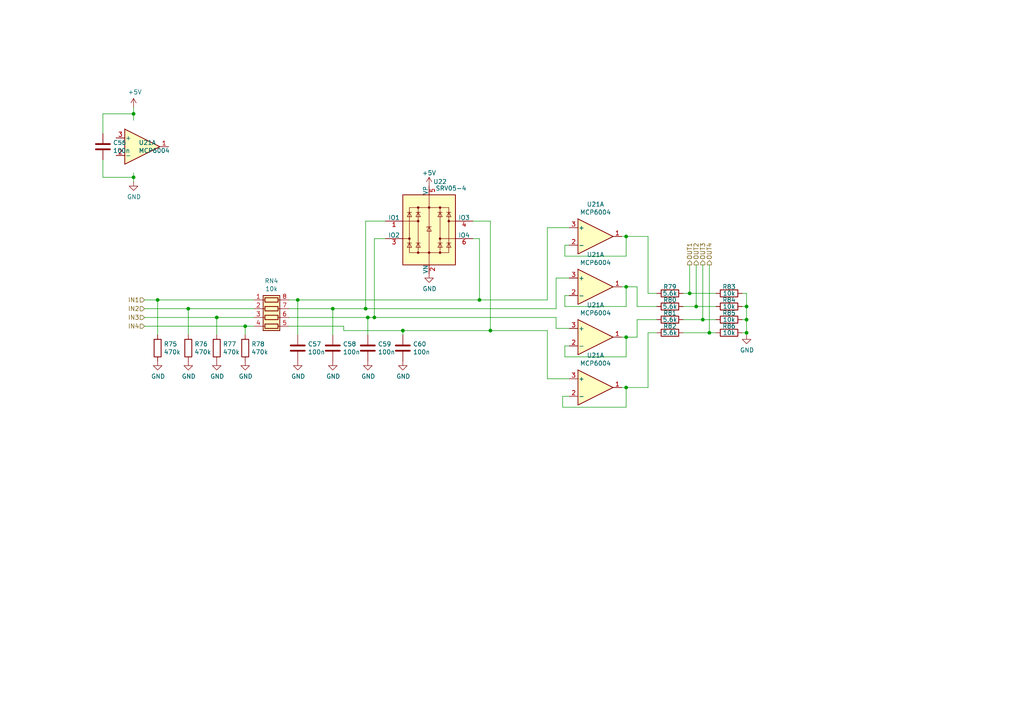
<source format=kicad_sch>
(kicad_sch (version 20211123) (generator eeschema)
  (paper "A4")
  (title_block (title "Polygonus") (date "2023-03-15") (rev "v0.7") (comment 2 "rusefi.com/s/proteus"))
  (lib_symbols
    (symbol "Amplifier_Operational:MCP6004" (pin_names (offset 0.127))
      (property "Reference" "U" (at 0 5.08 0))
      (property "Value" "MCP6004" (at 0 -5.08 0))
      (symbol "MCP6004_1_1"
        (polyline (pts (xy -5.08 5.08) (xy 5.08 0) (xy -5.08 -5.08) (xy -5.08 5.08)) (stroke (width 0.254)) (fill (type background)))
        (pin output line (at 7.62 0 180) (length 2.54) (name "~") (number "1"))
        (pin input line (at -7.62 -2.54 0) (length 2.54) (name "-") (number "2"))
        (pin input line (at -7.62 2.54 0) (length 2.54) (name "+") (number "3"))
      )
      (symbol "MCP6004_2_1"
        (polyline (pts (xy -5.08 5.08) (xy 5.08 0) (xy -5.08 -5.08) (xy -5.08 5.08)) (stroke (width 0.254)) (fill (type background)))
        (pin input line (at -7.62 2.54 0) (length 2.54) (name "+") (number "5"))
        (pin input line (at -7.62 -2.54 0) (length 2.54) (name "-") (number "6"))
        (pin output line (at 7.62 0 180) (length 2.54) (name "~") (number "7"))
      )
      (symbol "MCP6004_3_1"
        (polyline (pts (xy -5.08 5.08) (xy 5.08 0) (xy -5.08 -5.08) (xy -5.08 5.08)) (stroke (width 0.254)) (fill (type background)))
        (pin input line (at -7.62 2.54 0) (length 2.54) (name "+") (number "10"))
        (pin output line (at 7.62 0 180) (length 2.54) (name "~") (number "8"))
        (pin input line (at -7.62 -2.54 0) (length 2.54) (name "-") (number "9"))
      )
      (symbol "MCP6004_4_1"
        (polyline (pts (xy -5.08 5.08) (xy 5.08 0) (xy -5.08 -5.08) (xy -5.08 5.08)) (stroke (width 0.254)) (fill (type background)))
        (pin input line (at -7.62 2.54 0) (length 2.54) (name "+") (number "12"))
        (pin input line (at -7.62 -2.54 0) (length 2.54) (name "-") (number "13"))
        (pin output line (at 7.62 0 180) (length 2.54) (name "~") (number "14"))
      )
      (symbol "MCP6004_5_1"
        (pin power_in line (at -2.54 -7.62 90) (length 3.81) (name "V-") (number "11"))
        (pin power_in line (at -2.54 7.62 270) (length 3.81) (name "V+") (number "4"))
      )
    )
    (symbol "Device:C" (pin_numbers hide) (pin_names (offset 0.254))
      (property "Reference" "C" (at 0.635 2.54 0))
      (property "Value" "C" (at 0.635 -2.54 0))
      (symbol "C_0_1"
        (polyline (pts (xy -2.032 -0.762) (xy 2.032 -0.762)) (stroke (width 0.508)))
        (polyline (pts (xy -2.032 0.762) (xy 2.032 0.762)) (stroke (width 0.508)))
      )
      (symbol "C_1_1"
        (pin passive line (at 0 3.81 270) (length 2.794) (name "~") (number "1"))
        (pin passive line (at 0 -3.81 90) (length 2.794) (name "~") (number "2"))
      )
    )
    (symbol "Device:R" (pin_numbers hide) (pin_names (offset 0))
      (property "Reference" "R" (at 2.032 0 90))
      (property "Value" "R" (at 0 0 90))
      (symbol "R_0_1"
        (rectangle (start -1.016 -2.54) (end 1.016 2.54) (stroke (width 0.254)))
      )
      (symbol "R_1_1"
        (pin passive line (at 0 3.81 270) (length 1.27) (name "~") (number "1"))
        (pin passive line (at 0 -3.81 90) (length 1.27) (name "~") (number "2"))
      )
    )
    (symbol "Device:R_Pack04" (pin_names (offset 0) hide)
      (property "Reference" "RN" (at -7.62 0 90))
      (property "Value" "R_Pack04" (at 5.08 0 90))
      (symbol "R_Pack04_0_1"
        (rectangle (start -6.35 -2.413) (end 3.81 2.413) (stroke (width 0.254)) (fill (type background)))
        (rectangle (start -5.715 1.905) (end -4.445 -1.905) (stroke (width 0.254)))
        (rectangle (start -3.175 1.905) (end -1.905 -1.905) (stroke (width 0.254)))
        (rectangle (start -0.635 1.905) (end 0.635 -1.905) (stroke (width 0.254)))
        (polyline (pts (xy -5.08 -2.54) (xy -5.08 -1.905)))
        (polyline (pts (xy -5.08 1.905) (xy -5.08 2.54)))
        (polyline (pts (xy -2.54 -2.54) (xy -2.54 -1.905)))
        (polyline (pts (xy -2.54 1.905) (xy -2.54 2.54)))
        (polyline (pts (xy 0 -2.54) (xy 0 -1.905)))
        (polyline (pts (xy 0 1.905) (xy 0 2.54)))
        (polyline (pts (xy 2.54 -2.54) (xy 2.54 -1.905)))
        (polyline (pts (xy 2.54 1.905) (xy 2.54 2.54)))
        (rectangle (start 1.905 1.905) (end 3.175 -1.905) (stroke (width 0.254)))
      )
      (symbol "R_Pack04_1_1"
        (pin passive line (at -5.08 -5.08 90) (length 2.54) (name "R1.1") (number "1"))
        (pin passive line (at -2.54 -5.08 90) (length 2.54) (name "R2.1") (number "2"))
        (pin passive line (at 0 -5.08 90) (length 2.54) (name "R3.1") (number "3"))
        (pin passive line (at 2.54 -5.08 90) (length 2.54) (name "R4.1") (number "4"))
        (pin passive line (at 2.54 5.08 270) (length 2.54) (name "R4.2") (number "5"))
        (pin passive line (at 0 5.08 270) (length 2.54) (name "R3.2") (number "6"))
        (pin passive line (at -2.54 5.08 270) (length 2.54) (name "R2.2") (number "7"))
        (pin passive line (at -5.08 5.08 270) (length 2.54) (name "R1.2") (number "8"))
      )
    )
    (symbol "Power_Protection:SRV05-4" (pin_names (offset 0))
      (property "Reference" "U" (at -5.08 11.43 0))
      (property "Value" "SRV05-4" (at 2.54 11.43 0))
      (symbol "SRV05-4_0_0"
        (rectangle (start -5.715 6.477) (end 5.715 -6.604))
        (polyline (pts (xy -3.175 -6.604) (xy -3.175 6.477)))
        (polyline (pts (xy 3.175 6.477) (xy 3.175 -6.604)))
      )
      (symbol "SRV05-4_0_1"
        (rectangle (start -7.62 10.16) (end 7.62 -10.16) (stroke (width 0.254)) (fill (type background)))
        (circle (center -5.715 -2.54) (radius 0.2794) (fill (type outline)))
        (circle (center -3.175 -6.604) (radius 0.2794) (fill (type outline)))
        (circle (center -3.175 2.54) (radius 0.2794) (fill (type outline)))
        (circle (center -3.175 6.477) (radius 0.2794) (fill (type outline)))
        (circle (center 0 -6.604) (radius 0.2794) (fill (type outline)))
        (polyline (pts (xy -7.747 2.54) (xy -3.175 2.54)))
        (polyline (pts (xy -7.62 -2.54) (xy -5.715 -2.54)))
        (polyline (pts (xy -5.08 -3.81) (xy -6.35 -3.81)))
        (polyline (pts (xy -5.08 5.08) (xy -6.35 5.08)))
        (polyline (pts (xy -2.54 -3.81) (xy -3.81 -3.81)))
        (polyline (pts (xy -2.54 5.08) (xy -3.81 5.08)))
        (polyline (pts (xy 0 10.16) (xy 0 -10.16)))
        (polyline (pts (xy 3.81 -3.81) (xy 2.54 -3.81)))
        (polyline (pts (xy 3.81 5.08) (xy 2.54 5.08)))
        (polyline (pts (xy 6.35 -3.81) (xy 5.08 -3.81)))
        (polyline (pts (xy 6.35 5.08) (xy 5.08 5.08)))
        (polyline (pts (xy 7.62 -2.54) (xy 3.175 -2.54)))
        (polyline (pts (xy 7.62 2.54) (xy 5.715 2.54)))
        (polyline (pts (xy 0.635 0.889) (xy -0.635 0.889) (xy -0.635 0.635)))
        (polyline (pts (xy -5.08 -5.08) (xy -6.35 -5.08) (xy -5.715 -3.81) (xy -5.08 -5.08)))
        (polyline (pts (xy -5.08 3.81) (xy -6.35 3.81) (xy -5.715 5.08) (xy -5.08 3.81)))
        (polyline (pts (xy -2.54 -5.08) (xy -3.81 -5.08) (xy -3.175 -3.81) (xy -2.54 -5.08)))
        (polyline (pts (xy -2.54 3.81) (xy -3.81 3.81) (xy -3.175 5.08) (xy -2.54 3.81)))
        (polyline (pts (xy 0.635 -0.381) (xy -0.635 -0.381) (xy 0 0.889) (xy 0.635 -0.381)))
        (polyline (pts (xy 3.81 -5.08) (xy 2.54 -5.08) (xy 3.175 -3.81) (xy 3.81 -5.08)))
        (polyline (pts (xy 3.81 3.81) (xy 2.54 3.81) (xy 3.175 5.08) (xy 3.81 3.81)))
        (polyline (pts (xy 6.35 -5.08) (xy 5.08 -5.08) (xy 5.715 -3.81) (xy 6.35 -5.08)))
        (polyline (pts (xy 6.35 3.81) (xy 5.08 3.81) (xy 5.715 5.08) (xy 6.35 3.81)))
        (circle (center 0 6.477) (radius 0.2794) (fill (type outline)))
        (circle (center 3.175 -6.604) (radius 0.2794) (fill (type outline)))
        (circle (center 3.175 -2.54) (radius 0.2794) (fill (type outline)))
        (circle (center 3.175 6.477) (radius 0.2794) (fill (type outline)))
        (circle (center 5.715 2.54) (radius 0.2794) (fill (type outline)))
      )
      (symbol "SRV05-4_1_1"
        (pin passive line (at -12.7 2.54 0) (length 5.08) (name "IO1") (number "1"))
        (pin passive line (at 0 -12.7 90) (length 2.54) (name "VN") (number "2"))
        (pin passive line (at -12.7 -2.54 0) (length 5.08) (name "IO2") (number "3"))
        (pin passive line (at 12.7 2.54 180) (length 5.08) (name "IO3") (number "4"))
        (pin passive line (at 0 12.7 270) (length 2.54) (name "VP") (number "5"))
        (pin passive line (at 12.7 -2.54 180) (length 5.08) (name "IO4") (number "6"))
      )
    )
    (symbol "power:+5V" (power) (pin_names (offset 0))
      (property "Value" "+5V" (at 0 3.556 0))
      (symbol "+5V_0_1"
        (polyline (pts (xy -0.762 1.27) (xy 0 2.54)))
        (polyline (pts (xy 0 0) (xy 0 2.54)))
        (polyline (pts (xy 0 2.54) (xy 0.762 1.27)))
      )
      (symbol "+5V_1_1"
        (pin power_in line (at 0 0 90) (length 0) hide (name "+5V") (number "1"))
      )
    )
    (symbol "power:GND" (power) (pin_names (offset 0))
      (property "Value" "GND" (at 0 -3.81 0))
      (symbol "GND_0_1"
        (polyline (pts (xy 0 0) (xy 0 -1.27) (xy 1.27 -1.27) (xy 0 -2.54) (xy -1.27 -1.27) (xy 0 -1.27)))
      )
      (symbol "GND_1_1"
        (pin power_in line (at 0 0 270) (length 0) hide (name "GND") (number "1"))
      )
    )
  )
  (junction (at 54.61 89.535))
  (junction (at 139.065 86.995))
  (junction (at 203.835 92.71))
  (junction (at 106.68 92.075))
  (junction (at 181.61 68.58))
  (junction (at 142.24 95.885))
  (junction (at 201.93 88.9))
  (junction (at 181.61 112.395))
  (junction (at 216.535 96.52))
  (junction (at 86.36 86.995))
  (junction (at 116.84 95.885))
  (junction (at 205.74 96.52))
  (junction (at 38.735 33.02))
  (junction (at 181.61 97.79))
  (junction (at 71.12 94.615))
  (junction (at 38.735 51.435))
  (junction (at 62.865 92.075))
  (junction (at 108.585 92.075))
  (junction (at 106.045 89.535))
  (junction (at 216.535 88.9))
  (junction (at 181.61 83.185))
  (junction (at 45.72 86.995))
  (junction (at 216.535 92.71))
  (junction (at 96.52 89.535))
  (junction (at 200.025 85.09))
  (wire (pts (xy 216.535 92.71) (xy 215.265 92.71)))
  (wire (pts (xy 216.535 96.52) (xy 216.535 92.71)))
  (wire (pts (xy 184.785 83.185) (xy 184.785 88.9)))
  (wire (pts (xy 207.645 88.9) (xy 201.93 88.9)))
  (wire (pts (xy 181.61 88.9) (xy 181.61 83.185)))
  (wire (pts (xy 165.1 80.645) (xy 161.29 80.645)))
  (wire (pts (xy 203.835 92.71) (xy 207.645 92.71)))
  (wire (pts (xy 187.96 112.395) (xy 181.61 112.395)))
  (wire (pts (xy 163.83 85.725) (xy 163.83 88.9)))
  (wire (pts (xy 99.695 94.615) (xy 99.695 95.885)))
  (wire (pts (xy 201.93 88.9) (xy 198.12 88.9)))
  (wire (pts (xy 71.12 97.155) (xy 71.12 94.615)))
  (wire (pts (xy 190.5 85.09) (xy 187.96 85.09)))
  (wire (pts (xy 181.61 68.58) (xy 180.34 68.58)))
  (wire (pts (xy 83.82 92.075) (xy 106.68 92.075)))
  (wire (pts (xy 38.735 52.705) (xy 38.735 51.435)))
  (wire (pts (xy 106.045 89.535) (xy 161.29 89.535)))
  (wire (pts (xy 198.12 85.09) (xy 200.025 85.09)))
  (wire (pts (xy 38.735 51.435) (xy 38.735 50.165)))
  (wire (pts (xy 161.29 92.075) (xy 161.29 95.25)))
  (wire (pts (xy 181.61 74.295) (xy 181.61 68.58)))
  (wire (pts (xy 163.195 114.935) (xy 163.195 118.11)))
  (wire (pts (xy 205.74 96.52) (xy 198.12 96.52)))
  (wire (pts (xy 41.91 86.995) (xy 45.72 86.995)))
  (wire (pts (xy 161.29 95.25) (xy 165.1 95.25)))
  (wire (pts (xy 181.61 112.395) (xy 180.34 112.395)))
  (wire (pts (xy 187.96 68.58) (xy 181.61 68.58)))
  (wire (pts (xy 142.24 95.885) (xy 158.75 95.885)))
  (wire (pts (xy 158.75 86.995) (xy 158.75 66.04)))
  (wire (pts (xy 54.61 89.535) (xy 41.91 89.535)))
  (wire (pts (xy 71.12 94.615) (xy 41.91 94.615)))
  (wire (pts (xy 163.83 71.12) (xy 163.83 74.295)))
  (wire (pts (xy 158.75 109.855) (xy 165.1 109.855)))
  (wire (pts (xy 181.61 97.79) (xy 184.785 97.79)))
  (wire (pts (xy 71.12 94.615) (xy 73.66 94.615)))
  (wire (pts (xy 45.72 86.995) (xy 45.72 97.155)))
  (wire (pts (xy 216.535 96.52) (xy 215.265 96.52)))
  (wire (pts (xy 181.61 118.11) (xy 181.61 112.395)))
  (wire (pts (xy 216.535 88.9) (xy 215.265 88.9)))
  (wire (pts (xy 106.68 92.075) (xy 108.585 92.075)))
  (wire (pts (xy 106.045 64.135) (xy 106.045 89.535)))
  (wire (pts (xy 62.865 92.075) (xy 62.865 97.155)))
  (wire (pts (xy 200.025 85.09) (xy 200.025 76.835)))
  (wire (pts (xy 73.66 92.075) (xy 62.865 92.075)))
  (wire (pts (xy 108.585 69.215) (xy 108.585 92.075)))
  (wire (pts (xy 187.96 96.52) (xy 187.96 112.395)))
  (wire (pts (xy 181.61 83.185) (xy 184.785 83.185)))
  (wire (pts (xy 163.195 118.11) (xy 181.61 118.11)))
  (wire (pts (xy 38.735 51.435) (xy 29.845 51.435)))
  (wire (pts (xy 198.12 92.71) (xy 203.835 92.71)))
  (wire (pts (xy 99.695 95.885) (xy 116.84 95.885)))
  (wire (pts (xy 181.61 103.505) (xy 181.61 97.79)))
  (wire (pts (xy 137.16 64.135) (xy 142.24 64.135)))
  (wire (pts (xy 184.785 88.9) (xy 190.5 88.9)))
  (wire (pts (xy 86.36 86.995) (xy 83.82 86.995)))
  (wire (pts (xy 38.735 31.115) (xy 38.735 33.02)))
  (wire (pts (xy 139.065 86.995) (xy 158.75 86.995)))
  (wire (pts (xy 54.61 97.155) (xy 54.61 89.535)))
  (wire (pts (xy 45.72 86.995) (xy 73.66 86.995)))
  (wire (pts (xy 96.52 89.535) (xy 96.52 97.155)))
  (wire (pts (xy 38.735 33.02) (xy 38.735 34.925)))
  (wire (pts (xy 29.845 33.02) (xy 38.735 33.02)))
  (wire (pts (xy 216.535 92.71) (xy 216.535 88.9)))
  (wire (pts (xy 207.645 96.52) (xy 205.74 96.52)))
  (wire (pts (xy 158.75 95.885) (xy 158.75 109.855)))
  (wire (pts (xy 29.845 38.735) (xy 29.845 33.02)))
  (wire (pts (xy 200.025 85.09) (xy 207.645 85.09)))
  (wire (pts (xy 161.29 80.645) (xy 161.29 89.535)))
  (wire (pts (xy 86.36 97.155) (xy 86.36 86.995)))
  (wire (pts (xy 108.585 92.075) (xy 161.29 92.075)))
  (wire (pts (xy 137.16 69.215) (xy 139.065 69.215)))
  (wire (pts (xy 184.785 97.79) (xy 184.785 92.71)))
  (wire (pts (xy 41.91 92.075) (xy 62.865 92.075)))
  (wire (pts (xy 54.61 89.535) (xy 73.66 89.535)))
  (wire (pts (xy 139.065 69.215) (xy 139.065 86.995)))
  (wire (pts (xy 165.1 71.12) (xy 163.83 71.12)))
  (wire (pts (xy 106.68 92.075) (xy 106.68 97.155)))
  (wire (pts (xy 163.83 100.33) (xy 163.83 103.505)))
  (wire (pts (xy 83.82 94.615) (xy 99.695 94.615)))
  (wire (pts (xy 111.76 64.135) (xy 106.045 64.135)))
  (wire (pts (xy 165.1 85.725) (xy 163.83 85.725)))
  (wire (pts (xy 96.52 89.535) (xy 106.045 89.535)))
  (wire (pts (xy 163.83 88.9) (xy 181.61 88.9)))
  (wire (pts (xy 215.265 85.09) (xy 216.535 85.09)))
  (wire (pts (xy 201.93 76.835) (xy 201.93 88.9)))
  (wire (pts (xy 205.74 96.52) (xy 205.74 76.835)))
  (wire (pts (xy 165.1 114.935) (xy 163.195 114.935)))
  (wire (pts (xy 29.845 51.435) (xy 29.845 46.355)))
  (wire (pts (xy 203.835 76.835) (xy 203.835 92.71)))
  (wire (pts (xy 181.61 83.185) (xy 180.34 83.185)))
  (wire (pts (xy 187.96 85.09) (xy 187.96 68.58)))
  (wire (pts (xy 163.83 103.505) (xy 181.61 103.505)))
  (wire (pts (xy 181.61 97.79) (xy 180.34 97.79)))
  (wire (pts (xy 216.535 97.155) (xy 216.535 96.52)))
  (wire (pts (xy 158.75 66.04) (xy 165.1 66.04)))
  (wire (pts (xy 116.84 95.885) (xy 142.24 95.885)))
  (wire (pts (xy 116.84 97.155) (xy 116.84 95.885)))
  (wire (pts (xy 165.1 100.33) (xy 163.83 100.33)))
  (wire (pts (xy 83.82 89.535) (xy 96.52 89.535)))
  (wire (pts (xy 184.785 92.71) (xy 190.5 92.71)))
  (wire (pts (xy 111.76 69.215) (xy 108.585 69.215)))
  (wire (pts (xy 163.83 74.295) (xy 181.61 74.295)))
  (wire (pts (xy 86.36 86.995) (xy 139.065 86.995)))
  (wire (pts (xy 190.5 96.52) (xy 187.96 96.52)))
  (wire (pts (xy 142.24 64.135) (xy 142.24 95.885)))
  (wire (pts (xy 216.535 85.09) (xy 216.535 88.9)))
  (hierarchical_label "OUT1" (shape output) (at 200.025 76.835 90))
  (hierarchical_label "OUT4" (shape output) (at 205.74 76.835 90))
  (hierarchical_label "OUT2" (shape output) (at 201.93 76.835 90))
  (hierarchical_label "IN2" (shape input) (at 41.91 89.535 180))
  (hierarchical_label "OUT3" (shape output) (at 203.835 76.835 90))
  (hierarchical_label "IN3" (shape input) (at 41.91 92.075 180))
  (hierarchical_label "IN1" (shape input) (at 41.91 86.995 180))
  (hierarchical_label "IN4" (shape input) (at 41.91 94.615 180))
  (symbol (lib_id "Amplifier_Operational:MCP6004") (at 172.72 68.58 0)
    (property "Reference" "U21" (at 172.72 59.2582 0))
    (property "Value" "MCP6004" (at 172.72 61.5696 0))
    (property "Footprint" "Package_SO:TSSOP-14_4.4x5mm_P0.65mm" (effects hide))
    (property "Datasheet" "http://ww1.microchip.com/downloads/en/DeviceDoc/21733j.pdf" (effects hide))
    (property "PN" "MCP6004T-I/ST" (effects hide))
    (property "LCSC" "C50282" (effects hide))
    (property "LCSC_ext" "1" (effects hide))
    (property "possible_not_ext" "1" (effects hide))
  )
  (symbol (lib_id "Amplifier_Operational:MCP6004") (at 172.72 83.185 0)
    (property "Reference" "U21" (at 172.72 73.8632 0))
    (property "Value" "MCP6004" (at 172.72 76.1746 0))
    (property "Footprint" "Package_SO:TSSOP-14_4.4x5mm_P0.65mm" (effects hide))
    (property "Datasheet" "http://ww1.microchip.com/downloads/en/DeviceDoc/21733j.pdf" (effects hide))
    (property "PN" "MCP6004T-I/ST" (effects hide))
    (property "LCSC" "C50282" (effects hide))
    (property "LCSC_ext" "1" (effects hide))
    (property "possible_not_ext" "1" (effects hide))
  )
  (symbol (lib_id "Amplifier_Operational:MCP6004") (at 172.72 97.79 0)
    (property "Reference" "U21" (at 172.72 88.4682 0))
    (property "Value" "MCP6004" (at 172.72 90.7796 0))
    (property "Footprint" "Package_SO:TSSOP-14_4.4x5mm_P0.65mm" (effects hide))
    (property "Datasheet" "http://ww1.microchip.com/downloads/en/DeviceDoc/21733j.pdf" (effects hide))
    (property "PN" "MCP6004T-I/ST" (effects hide))
    (property "LCSC" "C50282" (effects hide))
    (property "LCSC_ext" "1" (effects hide))
    (property "possible_not_ext" "1" (effects hide))
  )
  (symbol (lib_id "Amplifier_Operational:MCP6004") (at 172.72 112.395 0)
    (property "Reference" "U21" (at 172.72 103.0732 0))
    (property "Value" "MCP6004" (at 172.72 105.3846 0))
    (property "Footprint" "Package_SO:TSSOP-14_4.4x5mm_P0.65mm" (effects hide))
    (property "Datasheet" "http://ww1.microchip.com/downloads/en/DeviceDoc/21733j.pdf" (effects hide))
    (property "PN" "MCP6004T-I/ST" (effects hide))
    (property "LCSC" "C50282" (effects hide))
    (property "LCSC_ext" "1" (effects hide))
    (property "possible_not_ext" "1" (effects hide))
  )
  (symbol (lib_id "Device:R") (at 54.61 100.965 0)
    (property "Reference" "R76" (at 56.388 99.7966 0) (effects (justify left)))
    (property "Value" "470k" (at 56.388 102.108 0) (effects (justify left)))
    (property "Footprint" "Resistor_SMD:R_0402_1005Metric" (effects hide))
    (property "LCSC" "C25790" (effects hide))
    (property "LCSC_ext" "0" (effects hide))
  )
  (symbol (lib_id "Device:R") (at 62.865 100.965 0)
    (property "Reference" "R77" (at 64.643 99.7966 0) (effects (justify left)))
    (property "Value" "470k" (at 64.643 102.108 0) (effects (justify left)))
    (property "Footprint" "Resistor_SMD:R_0402_1005Metric" (effects hide))
    (property "LCSC" "C25790" (effects hide))
    (property "LCSC_ext" "0" (effects hide))
  )
  (symbol (lib_id "Device:R") (at 71.12 100.965 0)
    (property "Reference" "R78" (at 72.898 99.7966 0) (effects (justify left)))
    (property "Value" "470k" (at 72.898 102.108 0) (effects (justify left)))
    (property "Footprint" "Resistor_SMD:R_0402_1005Metric" (effects hide))
    (property "LCSC" "C25790" (effects hide))
    (property "LCSC_ext" "0" (effects hide))
  )
  (symbol (lib_id "power:GND") (at 45.72 104.775 0)
    (property "Reference" "#PWR0131" (effects hide))
    (property "Value" "GND" (at 45.847 109.1692 0))
  )
  (symbol (lib_id "power:GND") (at 54.61 104.775 0)
    (property "Reference" "#PWR0132" (effects hide))
    (property "Value" "GND" (at 54.737 109.1692 0))
  )
  (symbol (lib_id "power:GND") (at 62.865 104.775 0)
    (property "Reference" "#PWR0133" (effects hide))
    (property "Value" "GND" (at 62.992 109.1692 0))
  )
  (symbol (lib_id "power:GND") (at 71.12 104.775 0)
    (property "Reference" "#PWR0134" (effects hide))
    (property "Value" "GND" (at 71.247 109.1692 0))
  )
  (symbol (lib_id "power:GND") (at 86.36 104.775 0)
    (property "Reference" "#PWR0135" (effects hide))
    (property "Value" "GND" (at 86.487 109.1692 0))
  )
  (symbol (lib_id "power:GND") (at 96.52 104.775 0)
    (property "Reference" "#PWR0136" (effects hide))
    (property "Value" "GND" (at 96.647 109.1692 0))
  )
  (symbol (lib_id "Amplifier_Operational:MCP6004") (at 41.275 42.545 0)
    (property "Reference" "U21" (at 40.2082 41.3766 0) (effects (justify left)))
    (property "Value" "MCP6004" (at 40.2082 43.688 0) (effects (justify left)))
    (property "Footprint" "Package_SO:TSSOP-14_4.4x5mm_P0.65mm" (effects hide))
    (property "Datasheet" "http://ww1.microchip.com/downloads/en/DeviceDoc/21733j.pdf" (effects hide))
    (property "PN" "MCP6004T-I/ST" (effects hide))
    (property "LCSC" "C50282" (effects hide))
    (property "LCSC_ext" "1" (effects hide))
    (property "possible_not_ext" "1" (effects hide))
  )
  (symbol (lib_id "Device:R_Pack04") (at 78.74 92.075 270)
    (property "Reference" "RN4" (at 78.74 81.4832 90))
    (property "Value" "10k" (at 78.74 83.7946 90))
    (property "Footprint" "Resistor_SMD:R_Array_Convex_4x0603" (effects hide))
    (property "PN" "CAT16-1002F4LF" (effects hide))
    (property "LCSC" "C29718" (effects hide))
    (property "LCSC_ext" "0" (effects hide))
  )
  (symbol (lib_id "Device:R") (at 45.72 100.965 0)
    (property "Reference" "R75" (at 47.498 99.7966 0) (effects (justify left)))
    (property "Value" "470k" (at 47.498 102.108 0) (effects (justify left)))
    (property "Footprint" "Resistor_SMD:R_0402_1005Metric" (effects hide))
    (property "LCSC" "C25790" (effects hide))
    (property "LCSC_ext" "0" (effects hide))
  )
  (symbol (lib_id "Device:C") (at 29.845 42.545 0)
    (property "Reference" "C56" (at 32.766 41.3766 0) (effects (justify left)))
    (property "Value" "100n" (at 32.766 43.688 0) (effects (justify left)))
    (property "Footprint" "Capacitor_SMD:C_0603_1608Metric" (effects hide))
    (property "LCSC" "C14663" (effects hide))
    (property "LCSC_ext" "0" (effects hide))
  )
  (symbol (lib_id "power:GND") (at 38.735 52.705 0)
    (property "Reference" "#PWR0130" (effects hide))
    (property "Value" "GND" (at 38.862 57.0992 0))
  )
  (symbol (lib_id "power:GND") (at 106.68 104.775 0)
    (property "Reference" "#PWR0137" (effects hide))
    (property "Value" "GND" (at 106.807 109.1692 0))
  )
  (symbol (lib_id "power:GND") (at 116.84 104.775 0)
    (property "Reference" "#PWR0138" (effects hide))
    (property "Value" "GND" (at 116.967 109.1692 0))
  )
  (symbol (lib_id "power:GND") (at 216.535 97.155 0)
    (property "Reference" "#PWR0141" (effects hide))
    (property "Value" "GND" (at 216.662 101.5492 0))
  )
  (symbol (lib_id "power:+5V") (at 38.735 31.115 0)
    (property "Reference" "#PWR0129" (effects hide))
    (property "Value" "+5V" (at 39.116 26.7208 0))
  )
  (symbol (lib_id "Device:R") (at 194.31 85.09 270)
    (property "Reference" "R79" (at 194.31 83.185 90))
    (property "Value" "5.6k" (at 194.31 85.09 90))
    (property "Footprint" "Resistor_SMD:R_0402_1005Metric" (effects hide))
    (property "LCSC" "C25908" (effects hide))
    (property "LCSC_ext" "0" (effects hide))
  )
  (symbol (lib_id "Device:R") (at 194.31 88.9 270)
    (property "Reference" "R80" (at 194.31 86.995 90))
    (property "Value" "5.6k" (at 194.31 88.9 90))
    (property "Footprint" "Resistor_SMD:R_0402_1005Metric" (effects hide))
    (property "LCSC" "C25908" (effects hide))
    (property "LCSC_ext" "0" (effects hide))
  )
  (symbol (lib_id "Device:R") (at 194.31 92.71 270)
    (property "Reference" "R81" (at 194.31 90.805 90))
    (property "Value" "5.6k" (at 194.31 92.71 90))
    (property "Footprint" "Resistor_SMD:R_0402_1005Metric" (effects hide))
    (property "LCSC" "C25908" (effects hide))
    (property "LCSC_ext" "0" (effects hide))
  )
  (symbol (lib_id "Device:R") (at 194.31 96.52 270)
    (property "Reference" "R82" (at 194.31 94.615 90))
    (property "Value" "5.6k" (at 194.31 96.52 90))
    (property "Footprint" "Resistor_SMD:R_0402_1005Metric" (effects hide))
    (property "LCSC" "C25908" (effects hide))
    (property "LCSC_ext" "0" (effects hide))
  )
  (symbol (lib_id "Device:R") (at 211.455 85.09 270)
    (property "Reference" "R83" (at 211.455 83.185 90))
    (property "Value" "10k" (at 211.455 85.09 90))
    (property "Footprint" "Resistor_SMD:R_0402_1005Metric" (effects hide))
    (property "LCSC" "C25744" (effects hide))
    (property "LCSC_ext" "0" (effects hide))
  )
  (symbol (lib_id "Device:R") (at 211.455 88.9 270)
    (property "Reference" "R84" (at 211.455 86.995 90))
    (property "Value" "10k" (at 211.455 88.9 90))
    (property "Footprint" "Resistor_SMD:R_0402_1005Metric" (effects hide))
    (property "LCSC" "C25744" (effects hide))
    (property "LCSC_ext" "0" (effects hide))
  )
  (symbol (lib_id "Device:R") (at 211.455 92.71 270)
    (property "Reference" "R85" (at 211.455 90.805 90))
    (property "Value" "10k" (at 211.455 92.71 90))
    (property "Footprint" "Resistor_SMD:R_0402_1005Metric" (effects hide))
    (property "LCSC" "C25744" (effects hide))
    (property "LCSC_ext" "0" (effects hide))
  )
  (symbol (lib_id "Device:R") (at 211.455 96.52 270)
    (property "Reference" "R86" (at 211.455 94.615 90))
    (property "Value" "10k" (at 211.455 96.52 90))
    (property "Footprint" "Resistor_SMD:R_0402_1005Metric" (effects hide))
    (property "LCSC" "C25744" (effects hide))
    (property "LCSC_ext" "0" (effects hide))
  )
  (symbol (lib_id "Device:C") (at 86.36 100.965 0)
    (property "Reference" "C57" (at 89.281 99.7966 0) (effects (justify left)))
    (property "Value" "100n" (at 89.281 102.108 0) (effects (justify left)))
    (property "Footprint" "Capacitor_SMD:C_0402_1005Metric" (effects hide))
    (property "LCSC" "C1525" (effects hide))
    (property "LCSC_ext" "0" (effects hide))
  )
  (symbol (lib_id "Device:C") (at 96.52 100.965 0)
    (property "Reference" "C58" (at 99.441 99.7966 0) (effects (justify left)))
    (property "Value" "100n" (at 99.441 102.108 0) (effects (justify left)))
    (property "Footprint" "Capacitor_SMD:C_0402_1005Metric" (effects hide))
    (property "LCSC" "C1525" (effects hide))
    (property "LCSC_ext" "0" (effects hide))
  )
  (symbol (lib_id "Device:C") (at 106.68 100.965 0)
    (property "Reference" "C59" (at 109.601 99.7966 0) (effects (justify left)))
    (property "Value" "100n" (at 109.601 102.108 0) (effects (justify left)))
    (property "Footprint" "Capacitor_SMD:C_0402_1005Metric" (effects hide))
    (property "LCSC" "C1525" (effects hide))
    (property "LCSC_ext" "0" (effects hide))
  )
  (symbol (lib_id "Device:C") (at 116.84 100.965 0)
    (property "Reference" "C60" (at 119.761 99.7966 0) (effects (justify left)))
    (property "Value" "100n" (at 119.761 102.108 0) (effects (justify left)))
    (property "Footprint" "Capacitor_SMD:C_0402_1005Metric" (effects hide))
    (property "LCSC" "C1525" (effects hide))
    (property "LCSC_ext" "0" (effects hide))
  )
  (symbol (lib_id "Power_Protection:SRV05-4") (at 124.46 66.675 0)
    (property "Reference" "U22" (at 127.635 52.705 0))
    (property "Value" "SRV05-4" (at 130.81 54.61 0))
    (property "Footprint" "Package_TO_SOT_SMD:SOT-23-6" (effects hide))
    (property "Datasheet" "http://www.onsemi.com/pub/Collateral/SRV05-4-D.PDF" (effects hide))
    (property "LCSC" "C85364" (effects hide))
    (property "LCSC_ext" "0" (effects hide))
  )
  (symbol (lib_id "power:GND") (at 124.46 79.375 0)
    (property "Reference" "#PWR0140" (effects hide))
    (property "Value" "GND" (at 124.587 83.7692 0))
  )
  (symbol (lib_id "power:+5V") (at 124.46 53.975 0)
    (property "Reference" "#PWR0139" (effects hide))
    (property "Value" "+5V" (at 124.46 50.165 0))
  )
)
</source>
